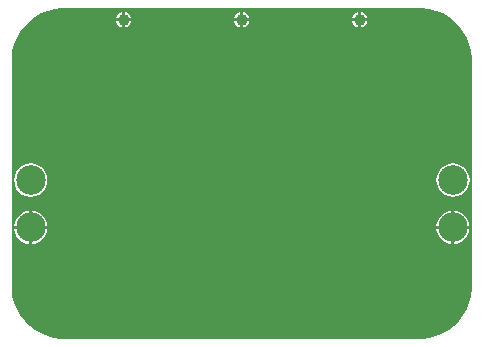
<source format=gbl>
G04 Layer_Physical_Order=2*
G04 Layer_Color=16711680*
%FSLAX44Y44*%
%MOMM*%
G71*
G01*
G75*
%ADD23C,2.5000*%
%ADD24C,1.0000*%
G36*
X350000Y285000D02*
X352949Y285000D01*
X358798Y284230D01*
X364496Y282703D01*
X369946Y280446D01*
X375054Y277496D01*
X379734Y273905D01*
X383905Y269734D01*
X387496Y265054D01*
X390446Y259946D01*
X392703Y254496D01*
X394230Y248798D01*
X395000Y242950D01*
X395000Y240000D01*
X395000D01*
X395000Y50000D01*
X395000Y47050D01*
X394230Y41202D01*
X392703Y35504D01*
X390446Y30054D01*
X387496Y24946D01*
X383905Y20266D01*
X379734Y16094D01*
X375054Y12503D01*
X369946Y9554D01*
X364496Y7297D01*
X358798Y5770D01*
X352949Y5000D01*
X350000Y5000D01*
X50000D01*
X47050Y5000D01*
X41202Y5770D01*
X35504Y7297D01*
X30054Y9554D01*
X24946Y12504D01*
X20266Y16095D01*
X16095Y20266D01*
X12504Y24946D01*
X9554Y30054D01*
X7297Y35504D01*
X5770Y41202D01*
X5000Y47050D01*
X5000Y50000D01*
Y50000D01*
Y240000D01*
Y242950D01*
X5770Y248798D01*
X7297Y254496D01*
X9554Y259946D01*
X12504Y265054D01*
X16095Y269734D01*
X20266Y273905D01*
X24946Y277496D01*
X30054Y280446D01*
X35504Y282703D01*
X41202Y284230D01*
X47050Y285000D01*
X50000D01*
Y285000D01*
X350000Y285000D01*
D02*
G37*
%LPC*%
G36*
X22500Y113206D02*
Y100500D01*
X35206D01*
X34890Y102905D01*
X33479Y106310D01*
X31235Y109235D01*
X28310Y111479D01*
X24905Y112890D01*
X22500Y113206D01*
D02*
G37*
G36*
X377500D02*
X375095Y112890D01*
X371690Y111479D01*
X368765Y109235D01*
X366521Y106310D01*
X365110Y102905D01*
X364794Y100500D01*
X377500D01*
Y113206D01*
D02*
G37*
G36*
X380000D02*
Y100500D01*
X392706D01*
X392390Y102905D01*
X390979Y106310D01*
X388735Y109235D01*
X385810Y111479D01*
X382405Y112890D01*
X380000Y113206D01*
D02*
G37*
G36*
X378750Y153371D02*
X375095Y152890D01*
X371689Y151479D01*
X368765Y149235D01*
X366521Y146310D01*
X365110Y142905D01*
X364629Y139250D01*
X365110Y135595D01*
X366521Y132190D01*
X368765Y129265D01*
X371689Y127021D01*
X375095Y125610D01*
X378750Y125129D01*
X382405Y125610D01*
X385810Y127021D01*
X388735Y129265D01*
X390979Y132190D01*
X392390Y135595D01*
X392871Y139250D01*
X392390Y142905D01*
X390979Y146310D01*
X388735Y149235D01*
X385810Y151479D01*
X382405Y152890D01*
X378750Y153371D01*
D02*
G37*
G36*
X21250D02*
X17595Y152890D01*
X14189Y151479D01*
X11265Y149235D01*
X9021Y146310D01*
X7610Y142905D01*
X7129Y139250D01*
X7610Y135595D01*
X9021Y132190D01*
X11265Y129265D01*
X14189Y127021D01*
X17595Y125610D01*
X21250Y125129D01*
X24905Y125610D01*
X28310Y127021D01*
X31235Y129265D01*
X33479Y132190D01*
X34890Y135595D01*
X35371Y139250D01*
X34890Y142905D01*
X33479Y146310D01*
X31235Y149235D01*
X28310Y151479D01*
X24905Y152890D01*
X21250Y153371D01*
D02*
G37*
G36*
X377500Y98000D02*
X364794D01*
X365110Y95595D01*
X366521Y92190D01*
X368765Y89265D01*
X371690Y87021D01*
X375095Y85610D01*
X377500Y85294D01*
Y98000D01*
D02*
G37*
G36*
X20000D02*
X7294D01*
X7610Y95595D01*
X9021Y92190D01*
X11265Y89265D01*
X14190Y87021D01*
X17595Y85610D01*
X20000Y85294D01*
Y98000D01*
D02*
G37*
G36*
X35206D02*
X22500D01*
Y85294D01*
X24905Y85610D01*
X28310Y87021D01*
X31235Y89265D01*
X33479Y92190D01*
X34890Y95595D01*
X35206Y98000D01*
D02*
G37*
G36*
X20000Y113206D02*
X17595Y112890D01*
X14190Y111479D01*
X11265Y109235D01*
X9021Y106310D01*
X7610Y102905D01*
X7294Y100500D01*
X20000D01*
Y113206D01*
D02*
G37*
G36*
X392706Y98000D02*
X380000D01*
Y85294D01*
X382405Y85610D01*
X385810Y87021D01*
X388735Y89265D01*
X390979Y92190D01*
X392390Y95595D01*
X392706Y98000D01*
D02*
G37*
G36*
X98750Y273750D02*
X93609D01*
X93667Y273303D01*
X94322Y271722D01*
X95364Y270364D01*
X96722Y269322D01*
X98303Y268667D01*
X98750Y268608D01*
Y273750D01*
D02*
G37*
G36*
X198750Y281392D02*
X198303Y281333D01*
X196722Y280678D01*
X195364Y279636D01*
X194322Y278278D01*
X193667Y276697D01*
X193608Y276250D01*
X198750D01*
Y281392D01*
D02*
G37*
G36*
X101250D02*
Y276250D01*
X106391D01*
X106333Y276697D01*
X105678Y278278D01*
X104636Y279636D01*
X103278Y280678D01*
X101697Y281333D01*
X101250Y281392D01*
D02*
G37*
G36*
X201250D02*
Y276250D01*
X206392D01*
X206333Y276697D01*
X205678Y278278D01*
X204636Y279636D01*
X203278Y280678D01*
X201697Y281333D01*
X201250Y281392D01*
D02*
G37*
G36*
X301250D02*
Y276250D01*
X306392D01*
X306333Y276697D01*
X305678Y278278D01*
X304636Y279636D01*
X303278Y280678D01*
X301697Y281333D01*
X301250Y281392D01*
D02*
G37*
G36*
X298750D02*
X298303Y281333D01*
X296722Y280678D01*
X295364Y279636D01*
X294322Y278278D01*
X293667Y276697D01*
X293608Y276250D01*
X298750D01*
Y281392D01*
D02*
G37*
G36*
X98750D02*
X98303Y281333D01*
X96722Y280678D01*
X95364Y279636D01*
X94322Y278278D01*
X93667Y276697D01*
X93609Y276250D01*
X98750D01*
Y281392D01*
D02*
G37*
G36*
X198750Y273750D02*
X193608D01*
X193667Y273303D01*
X194322Y271722D01*
X195364Y270364D01*
X196722Y269322D01*
X198303Y268667D01*
X198750Y268608D01*
Y273750D01*
D02*
G37*
G36*
X106391D02*
X101250D01*
Y268608D01*
X101697Y268667D01*
X103278Y269322D01*
X104636Y270364D01*
X105678Y271722D01*
X106333Y273303D01*
X106391Y273750D01*
D02*
G37*
G36*
X206392D02*
X201250D01*
Y268608D01*
X201697Y268667D01*
X203278Y269322D01*
X204636Y270364D01*
X205678Y271722D01*
X206333Y273303D01*
X206392Y273750D01*
D02*
G37*
G36*
X306392D02*
X301250D01*
Y268608D01*
X301697Y268667D01*
X303278Y269322D01*
X304636Y270364D01*
X305678Y271722D01*
X306333Y273303D01*
X306392Y273750D01*
D02*
G37*
G36*
X298750D02*
X293608D01*
X293667Y273303D01*
X294322Y271722D01*
X295364Y270364D01*
X296722Y269322D01*
X298303Y268667D01*
X298750Y268608D01*
Y273750D01*
D02*
G37*
%LPD*%
D23*
X21250Y99250D02*
D03*
Y139250D02*
D03*
X378750D02*
D03*
Y99250D02*
D03*
D24*
X300000Y275000D02*
D03*
X200000D02*
D03*
X100000D02*
D03*
M02*

</source>
